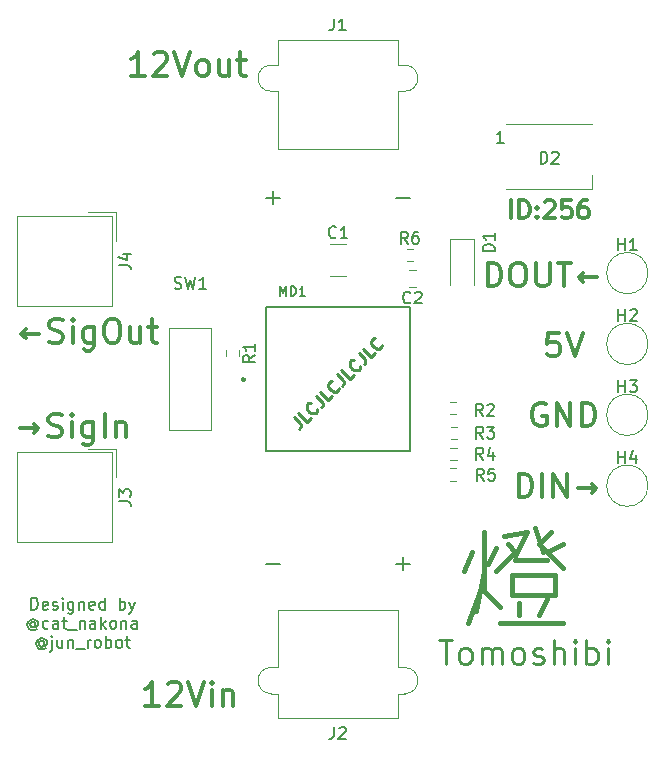
<source format=gbr>
G04 #@! TF.GenerationSoftware,KiCad,Pcbnew,(6.0.7)*
G04 #@! TF.CreationDate,2023-09-14T07:07:10+09:00*
G04 #@! TF.ProjectId,StepDown,53746570-446f-4776-9e2e-6b696361645f,rev?*
G04 #@! TF.SameCoordinates,Original*
G04 #@! TF.FileFunction,Legend,Top*
G04 #@! TF.FilePolarity,Positive*
%FSLAX46Y46*%
G04 Gerber Fmt 4.6, Leading zero omitted, Abs format (unit mm)*
G04 Created by KiCad (PCBNEW (6.0.7)) date 2023-09-14 07:07:10*
%MOMM*%
%LPD*%
G01*
G04 APERTURE LIST*
%ADD10C,0.230000*%
%ADD11C,0.300000*%
%ADD12C,0.150000*%
%ADD13C,0.250000*%
%ADD14C,0.400000*%
%ADD15C,0.120000*%
G04 APERTURE END LIST*
D10*
X133052579Y-122094761D02*
X134195436Y-122094761D01*
X133624008Y-124094761D02*
X133624008Y-122094761D01*
X135147817Y-124094761D02*
X134957341Y-123999523D01*
X134862103Y-123904285D01*
X134766865Y-123713809D01*
X134766865Y-123142380D01*
X134862103Y-122951904D01*
X134957341Y-122856666D01*
X135147817Y-122761428D01*
X135433532Y-122761428D01*
X135624008Y-122856666D01*
X135719246Y-122951904D01*
X135814484Y-123142380D01*
X135814484Y-123713809D01*
X135719246Y-123904285D01*
X135624008Y-123999523D01*
X135433532Y-124094761D01*
X135147817Y-124094761D01*
X136671627Y-124094761D02*
X136671627Y-122761428D01*
X136671627Y-122951904D02*
X136766865Y-122856666D01*
X136957341Y-122761428D01*
X137243055Y-122761428D01*
X137433532Y-122856666D01*
X137528770Y-123047142D01*
X137528770Y-124094761D01*
X137528770Y-123047142D02*
X137624008Y-122856666D01*
X137814484Y-122761428D01*
X138100198Y-122761428D01*
X138290674Y-122856666D01*
X138385913Y-123047142D01*
X138385913Y-124094761D01*
X139624008Y-124094761D02*
X139433532Y-123999523D01*
X139338294Y-123904285D01*
X139243055Y-123713809D01*
X139243055Y-123142380D01*
X139338294Y-122951904D01*
X139433532Y-122856666D01*
X139624008Y-122761428D01*
X139909722Y-122761428D01*
X140100198Y-122856666D01*
X140195436Y-122951904D01*
X140290674Y-123142380D01*
X140290674Y-123713809D01*
X140195436Y-123904285D01*
X140100198Y-123999523D01*
X139909722Y-124094761D01*
X139624008Y-124094761D01*
X141052579Y-123999523D02*
X141243055Y-124094761D01*
X141624008Y-124094761D01*
X141814484Y-123999523D01*
X141909722Y-123809047D01*
X141909722Y-123713809D01*
X141814484Y-123523333D01*
X141624008Y-123428095D01*
X141338294Y-123428095D01*
X141147817Y-123332857D01*
X141052579Y-123142380D01*
X141052579Y-123047142D01*
X141147817Y-122856666D01*
X141338294Y-122761428D01*
X141624008Y-122761428D01*
X141814484Y-122856666D01*
X142766865Y-124094761D02*
X142766865Y-122094761D01*
X143624008Y-124094761D02*
X143624008Y-123047142D01*
X143528770Y-122856666D01*
X143338294Y-122761428D01*
X143052579Y-122761428D01*
X142862103Y-122856666D01*
X142766865Y-122951904D01*
X144576389Y-124094761D02*
X144576389Y-122761428D01*
X144576389Y-122094761D02*
X144481151Y-122190000D01*
X144576389Y-122285238D01*
X144671627Y-122190000D01*
X144576389Y-122094761D01*
X144576389Y-122285238D01*
X145528770Y-124094761D02*
X145528770Y-122094761D01*
X145528770Y-122856666D02*
X145719246Y-122761428D01*
X146100198Y-122761428D01*
X146290674Y-122856666D01*
X146385913Y-122951904D01*
X146481151Y-123142380D01*
X146481151Y-123713809D01*
X146385913Y-123904285D01*
X146290674Y-123999523D01*
X146100198Y-124094761D01*
X145719246Y-124094761D01*
X145528770Y-123999523D01*
X147338294Y-124094761D02*
X147338294Y-122761428D01*
X147338294Y-122094761D02*
X147243055Y-122190000D01*
X147338294Y-122285238D01*
X147433532Y-122190000D01*
X147338294Y-122094761D01*
X147338294Y-122285238D01*
D11*
X108140952Y-74294761D02*
X106998095Y-74294761D01*
X107569523Y-74294761D02*
X107569523Y-72294761D01*
X107379047Y-72580476D01*
X107188571Y-72770952D01*
X106998095Y-72866190D01*
X108902857Y-72485238D02*
X108998095Y-72390000D01*
X109188571Y-72294761D01*
X109664761Y-72294761D01*
X109855238Y-72390000D01*
X109950476Y-72485238D01*
X110045714Y-72675714D01*
X110045714Y-72866190D01*
X109950476Y-73151904D01*
X108807619Y-74294761D01*
X110045714Y-74294761D01*
X110617142Y-72294761D02*
X111283809Y-74294761D01*
X111950476Y-72294761D01*
X112902857Y-74294761D02*
X112712380Y-74199523D01*
X112617142Y-74104285D01*
X112521904Y-73913809D01*
X112521904Y-73342380D01*
X112617142Y-73151904D01*
X112712380Y-73056666D01*
X112902857Y-72961428D01*
X113188571Y-72961428D01*
X113379047Y-73056666D01*
X113474285Y-73151904D01*
X113569523Y-73342380D01*
X113569523Y-73913809D01*
X113474285Y-74104285D01*
X113379047Y-74199523D01*
X113188571Y-74294761D01*
X112902857Y-74294761D01*
X115283809Y-72961428D02*
X115283809Y-74294761D01*
X114426666Y-72961428D02*
X114426666Y-74009047D01*
X114521904Y-74199523D01*
X114712380Y-74294761D01*
X114998095Y-74294761D01*
X115188571Y-74199523D01*
X115283809Y-74104285D01*
X115950476Y-72961428D02*
X116712380Y-72961428D01*
X116236190Y-72294761D02*
X116236190Y-74009047D01*
X116331428Y-74199523D01*
X116521904Y-74294761D01*
X116712380Y-74294761D01*
D12*
X98536666Y-119492380D02*
X98536666Y-118492380D01*
X98774761Y-118492380D01*
X98917619Y-118540000D01*
X99012857Y-118635238D01*
X99060476Y-118730476D01*
X99108095Y-118920952D01*
X99108095Y-119063809D01*
X99060476Y-119254285D01*
X99012857Y-119349523D01*
X98917619Y-119444761D01*
X98774761Y-119492380D01*
X98536666Y-119492380D01*
X99917619Y-119444761D02*
X99822380Y-119492380D01*
X99631904Y-119492380D01*
X99536666Y-119444761D01*
X99489047Y-119349523D01*
X99489047Y-118968571D01*
X99536666Y-118873333D01*
X99631904Y-118825714D01*
X99822380Y-118825714D01*
X99917619Y-118873333D01*
X99965238Y-118968571D01*
X99965238Y-119063809D01*
X99489047Y-119159047D01*
X100346190Y-119444761D02*
X100441428Y-119492380D01*
X100631904Y-119492380D01*
X100727142Y-119444761D01*
X100774761Y-119349523D01*
X100774761Y-119301904D01*
X100727142Y-119206666D01*
X100631904Y-119159047D01*
X100489047Y-119159047D01*
X100393809Y-119111428D01*
X100346190Y-119016190D01*
X100346190Y-118968571D01*
X100393809Y-118873333D01*
X100489047Y-118825714D01*
X100631904Y-118825714D01*
X100727142Y-118873333D01*
X101203333Y-119492380D02*
X101203333Y-118825714D01*
X101203333Y-118492380D02*
X101155714Y-118540000D01*
X101203333Y-118587619D01*
X101250952Y-118540000D01*
X101203333Y-118492380D01*
X101203333Y-118587619D01*
X102108095Y-118825714D02*
X102108095Y-119635238D01*
X102060476Y-119730476D01*
X102012857Y-119778095D01*
X101917619Y-119825714D01*
X101774761Y-119825714D01*
X101679523Y-119778095D01*
X102108095Y-119444761D02*
X102012857Y-119492380D01*
X101822380Y-119492380D01*
X101727142Y-119444761D01*
X101679523Y-119397142D01*
X101631904Y-119301904D01*
X101631904Y-119016190D01*
X101679523Y-118920952D01*
X101727142Y-118873333D01*
X101822380Y-118825714D01*
X102012857Y-118825714D01*
X102108095Y-118873333D01*
X102584285Y-118825714D02*
X102584285Y-119492380D01*
X102584285Y-118920952D02*
X102631904Y-118873333D01*
X102727142Y-118825714D01*
X102870000Y-118825714D01*
X102965238Y-118873333D01*
X103012857Y-118968571D01*
X103012857Y-119492380D01*
X103870000Y-119444761D02*
X103774761Y-119492380D01*
X103584285Y-119492380D01*
X103489047Y-119444761D01*
X103441428Y-119349523D01*
X103441428Y-118968571D01*
X103489047Y-118873333D01*
X103584285Y-118825714D01*
X103774761Y-118825714D01*
X103870000Y-118873333D01*
X103917619Y-118968571D01*
X103917619Y-119063809D01*
X103441428Y-119159047D01*
X104774761Y-119492380D02*
X104774761Y-118492380D01*
X104774761Y-119444761D02*
X104679523Y-119492380D01*
X104489047Y-119492380D01*
X104393809Y-119444761D01*
X104346190Y-119397142D01*
X104298571Y-119301904D01*
X104298571Y-119016190D01*
X104346190Y-118920952D01*
X104393809Y-118873333D01*
X104489047Y-118825714D01*
X104679523Y-118825714D01*
X104774761Y-118873333D01*
X106012857Y-119492380D02*
X106012857Y-118492380D01*
X106012857Y-118873333D02*
X106108095Y-118825714D01*
X106298571Y-118825714D01*
X106393809Y-118873333D01*
X106441428Y-118920952D01*
X106489047Y-119016190D01*
X106489047Y-119301904D01*
X106441428Y-119397142D01*
X106393809Y-119444761D01*
X106298571Y-119492380D01*
X106108095Y-119492380D01*
X106012857Y-119444761D01*
X106822380Y-118825714D02*
X107060476Y-119492380D01*
X107298571Y-118825714D02*
X107060476Y-119492380D01*
X106965238Y-119730476D01*
X106917619Y-119778095D01*
X106822380Y-119825714D01*
X98870000Y-120626190D02*
X98822380Y-120578571D01*
X98727142Y-120530952D01*
X98631904Y-120530952D01*
X98536666Y-120578571D01*
X98489047Y-120626190D01*
X98441428Y-120721428D01*
X98441428Y-120816666D01*
X98489047Y-120911904D01*
X98536666Y-120959523D01*
X98631904Y-121007142D01*
X98727142Y-121007142D01*
X98822380Y-120959523D01*
X98870000Y-120911904D01*
X98870000Y-120530952D02*
X98870000Y-120911904D01*
X98917619Y-120959523D01*
X98965238Y-120959523D01*
X99060476Y-120911904D01*
X99108095Y-120816666D01*
X99108095Y-120578571D01*
X99012857Y-120435714D01*
X98870000Y-120340476D01*
X98679523Y-120292857D01*
X98489047Y-120340476D01*
X98346190Y-120435714D01*
X98250952Y-120578571D01*
X98203333Y-120769047D01*
X98250952Y-120959523D01*
X98346190Y-121102380D01*
X98489047Y-121197619D01*
X98679523Y-121245238D01*
X98870000Y-121197619D01*
X99012857Y-121102380D01*
X99965238Y-121054761D02*
X99870000Y-121102380D01*
X99679523Y-121102380D01*
X99584285Y-121054761D01*
X99536666Y-121007142D01*
X99489047Y-120911904D01*
X99489047Y-120626190D01*
X99536666Y-120530952D01*
X99584285Y-120483333D01*
X99679523Y-120435714D01*
X99870000Y-120435714D01*
X99965238Y-120483333D01*
X100822380Y-121102380D02*
X100822380Y-120578571D01*
X100774761Y-120483333D01*
X100679523Y-120435714D01*
X100489047Y-120435714D01*
X100393809Y-120483333D01*
X100822380Y-121054761D02*
X100727142Y-121102380D01*
X100489047Y-121102380D01*
X100393809Y-121054761D01*
X100346190Y-120959523D01*
X100346190Y-120864285D01*
X100393809Y-120769047D01*
X100489047Y-120721428D01*
X100727142Y-120721428D01*
X100822380Y-120673809D01*
X101155714Y-120435714D02*
X101536666Y-120435714D01*
X101298571Y-120102380D02*
X101298571Y-120959523D01*
X101346190Y-121054761D01*
X101441428Y-121102380D01*
X101536666Y-121102380D01*
X101631904Y-121197619D02*
X102393809Y-121197619D01*
X102631904Y-120435714D02*
X102631904Y-121102380D01*
X102631904Y-120530952D02*
X102679523Y-120483333D01*
X102774761Y-120435714D01*
X102917619Y-120435714D01*
X103012857Y-120483333D01*
X103060476Y-120578571D01*
X103060476Y-121102380D01*
X103965238Y-121102380D02*
X103965238Y-120578571D01*
X103917619Y-120483333D01*
X103822380Y-120435714D01*
X103631904Y-120435714D01*
X103536666Y-120483333D01*
X103965238Y-121054761D02*
X103870000Y-121102380D01*
X103631904Y-121102380D01*
X103536666Y-121054761D01*
X103489047Y-120959523D01*
X103489047Y-120864285D01*
X103536666Y-120769047D01*
X103631904Y-120721428D01*
X103870000Y-120721428D01*
X103965238Y-120673809D01*
X104441428Y-121102380D02*
X104441428Y-120102380D01*
X104536666Y-120721428D02*
X104822380Y-121102380D01*
X104822380Y-120435714D02*
X104441428Y-120816666D01*
X105393809Y-121102380D02*
X105298571Y-121054761D01*
X105250952Y-121007142D01*
X105203333Y-120911904D01*
X105203333Y-120626190D01*
X105250952Y-120530952D01*
X105298571Y-120483333D01*
X105393809Y-120435714D01*
X105536666Y-120435714D01*
X105631904Y-120483333D01*
X105679523Y-120530952D01*
X105727142Y-120626190D01*
X105727142Y-120911904D01*
X105679523Y-121007142D01*
X105631904Y-121054761D01*
X105536666Y-121102380D01*
X105393809Y-121102380D01*
X106155714Y-120435714D02*
X106155714Y-121102380D01*
X106155714Y-120530952D02*
X106203333Y-120483333D01*
X106298571Y-120435714D01*
X106441428Y-120435714D01*
X106536666Y-120483333D01*
X106584285Y-120578571D01*
X106584285Y-121102380D01*
X107489047Y-121102380D02*
X107489047Y-120578571D01*
X107441428Y-120483333D01*
X107346190Y-120435714D01*
X107155714Y-120435714D01*
X107060476Y-120483333D01*
X107489047Y-121054761D02*
X107393809Y-121102380D01*
X107155714Y-121102380D01*
X107060476Y-121054761D01*
X107012857Y-120959523D01*
X107012857Y-120864285D01*
X107060476Y-120769047D01*
X107155714Y-120721428D01*
X107393809Y-120721428D01*
X107489047Y-120673809D01*
X99608095Y-122236190D02*
X99560476Y-122188571D01*
X99465238Y-122140952D01*
X99370000Y-122140952D01*
X99274761Y-122188571D01*
X99227142Y-122236190D01*
X99179523Y-122331428D01*
X99179523Y-122426666D01*
X99227142Y-122521904D01*
X99274761Y-122569523D01*
X99370000Y-122617142D01*
X99465238Y-122617142D01*
X99560476Y-122569523D01*
X99608095Y-122521904D01*
X99608095Y-122140952D02*
X99608095Y-122521904D01*
X99655714Y-122569523D01*
X99703333Y-122569523D01*
X99798571Y-122521904D01*
X99846190Y-122426666D01*
X99846190Y-122188571D01*
X99750952Y-122045714D01*
X99608095Y-121950476D01*
X99417619Y-121902857D01*
X99227142Y-121950476D01*
X99084285Y-122045714D01*
X98989047Y-122188571D01*
X98941428Y-122379047D01*
X98989047Y-122569523D01*
X99084285Y-122712380D01*
X99227142Y-122807619D01*
X99417619Y-122855238D01*
X99608095Y-122807619D01*
X99750952Y-122712380D01*
X100274761Y-122045714D02*
X100274761Y-122902857D01*
X100227142Y-122998095D01*
X100131904Y-123045714D01*
X100084285Y-123045714D01*
X100274761Y-121712380D02*
X100227142Y-121760000D01*
X100274761Y-121807619D01*
X100322380Y-121760000D01*
X100274761Y-121712380D01*
X100274761Y-121807619D01*
X101179523Y-122045714D02*
X101179523Y-122712380D01*
X100750952Y-122045714D02*
X100750952Y-122569523D01*
X100798571Y-122664761D01*
X100893809Y-122712380D01*
X101036666Y-122712380D01*
X101131904Y-122664761D01*
X101179523Y-122617142D01*
X101655714Y-122045714D02*
X101655714Y-122712380D01*
X101655714Y-122140952D02*
X101703333Y-122093333D01*
X101798571Y-122045714D01*
X101941428Y-122045714D01*
X102036666Y-122093333D01*
X102084285Y-122188571D01*
X102084285Y-122712380D01*
X102322380Y-122807619D02*
X103084285Y-122807619D01*
X103322380Y-122712380D02*
X103322380Y-122045714D01*
X103322380Y-122236190D02*
X103370000Y-122140952D01*
X103417619Y-122093333D01*
X103512857Y-122045714D01*
X103608095Y-122045714D01*
X104084285Y-122712380D02*
X103989047Y-122664761D01*
X103941428Y-122617142D01*
X103893809Y-122521904D01*
X103893809Y-122236190D01*
X103941428Y-122140952D01*
X103989047Y-122093333D01*
X104084285Y-122045714D01*
X104227142Y-122045714D01*
X104322380Y-122093333D01*
X104370000Y-122140952D01*
X104417619Y-122236190D01*
X104417619Y-122521904D01*
X104370000Y-122617142D01*
X104322380Y-122664761D01*
X104227142Y-122712380D01*
X104084285Y-122712380D01*
X104846190Y-122712380D02*
X104846190Y-121712380D01*
X104846190Y-122093333D02*
X104941428Y-122045714D01*
X105131904Y-122045714D01*
X105227142Y-122093333D01*
X105274761Y-122140952D01*
X105322380Y-122236190D01*
X105322380Y-122521904D01*
X105274761Y-122617142D01*
X105227142Y-122664761D01*
X105131904Y-122712380D01*
X104941428Y-122712380D01*
X104846190Y-122664761D01*
X105893809Y-122712380D02*
X105798571Y-122664761D01*
X105750952Y-122617142D01*
X105703333Y-122521904D01*
X105703333Y-122236190D01*
X105750952Y-122140952D01*
X105798571Y-122093333D01*
X105893809Y-122045714D01*
X106036666Y-122045714D01*
X106131904Y-122093333D01*
X106179523Y-122140952D01*
X106227142Y-122236190D01*
X106227142Y-122521904D01*
X106179523Y-122617142D01*
X106131904Y-122664761D01*
X106036666Y-122712380D01*
X105893809Y-122712380D01*
X106512857Y-122045714D02*
X106893809Y-122045714D01*
X106655714Y-121712380D02*
X106655714Y-122569523D01*
X106703333Y-122664761D01*
X106798571Y-122712380D01*
X106893809Y-122712380D01*
D13*
X120806614Y-103208934D02*
X121311691Y-103714011D01*
X121379034Y-103848698D01*
X121379034Y-103983385D01*
X121311691Y-104118072D01*
X121244347Y-104185415D01*
X122187156Y-103242606D02*
X121850439Y-103579324D01*
X121143332Y-102872217D01*
X122759576Y-102535499D02*
X122759576Y-102602843D01*
X122692233Y-102737530D01*
X122624889Y-102804873D01*
X122490202Y-102872217D01*
X122355515Y-102872217D01*
X122254500Y-102838545D01*
X122086141Y-102737530D01*
X121985126Y-102636514D01*
X121884111Y-102468156D01*
X121850439Y-102367140D01*
X121850439Y-102232453D01*
X121917782Y-102097766D01*
X121985126Y-102030423D01*
X122119813Y-101963079D01*
X122187156Y-101963079D01*
X122624889Y-101390660D02*
X123129965Y-101895736D01*
X123197309Y-102030423D01*
X123197309Y-102165110D01*
X123129965Y-102299797D01*
X123062622Y-102367140D01*
X124005431Y-101424331D02*
X123668713Y-101761049D01*
X122961607Y-101053942D01*
X124577851Y-100717225D02*
X124577851Y-100784568D01*
X124510507Y-100919255D01*
X124443164Y-100986599D01*
X124308477Y-101053942D01*
X124173790Y-101053942D01*
X124072774Y-101020270D01*
X123904416Y-100919255D01*
X123803400Y-100818240D01*
X123702385Y-100649881D01*
X123668713Y-100548866D01*
X123668713Y-100414179D01*
X123736057Y-100279492D01*
X123803400Y-100212148D01*
X123938087Y-100144805D01*
X124005431Y-100144805D01*
X124443164Y-99572385D02*
X124948240Y-100077461D01*
X125015583Y-100212148D01*
X125015583Y-100346835D01*
X124948240Y-100481522D01*
X124880896Y-100548866D01*
X125823705Y-99606057D02*
X125486988Y-99942774D01*
X124779881Y-99235668D01*
X126396125Y-98898950D02*
X126396125Y-98966294D01*
X126328782Y-99100981D01*
X126261438Y-99168324D01*
X126126751Y-99235668D01*
X125992064Y-99235668D01*
X125891049Y-99201996D01*
X125722690Y-99100981D01*
X125621675Y-98999965D01*
X125520660Y-98831607D01*
X125486988Y-98730591D01*
X125486988Y-98595904D01*
X125554331Y-98461217D01*
X125621675Y-98393874D01*
X125756362Y-98326530D01*
X125823705Y-98326530D01*
X126261438Y-97754111D02*
X126766514Y-98259187D01*
X126833858Y-98393874D01*
X126833858Y-98528561D01*
X126766514Y-98663248D01*
X126699171Y-98730591D01*
X127641980Y-97787782D02*
X127305263Y-98124500D01*
X126598156Y-97417393D01*
X128214400Y-97080675D02*
X128214400Y-97148019D01*
X128147056Y-97282706D01*
X128079713Y-97350049D01*
X127945026Y-97417393D01*
X127810339Y-97417393D01*
X127709324Y-97383721D01*
X127540965Y-97282706D01*
X127439950Y-97181691D01*
X127338934Y-97013332D01*
X127305263Y-96912317D01*
X127305263Y-96777630D01*
X127372606Y-96642943D01*
X127439950Y-96575599D01*
X127574637Y-96508256D01*
X127641980Y-96508256D01*
D14*
X139533333Y-115264748D02*
X142200000Y-115264748D01*
X139200000Y-118264748D02*
X142866666Y-118264748D01*
X138200000Y-120598081D02*
X143533333Y-120598081D01*
X139200000Y-116598081D02*
X139200000Y-118264748D01*
X139200000Y-116598081D02*
X142866666Y-116598081D01*
X142866666Y-118264748D01*
X136866666Y-112931415D02*
X136866666Y-117931415D01*
X138200000Y-119264748D01*
X141533333Y-113931415D02*
X143533333Y-115931415D01*
X143533333Y-113931415D02*
X142200000Y-114598081D01*
X138866666Y-113931415D02*
X139533333Y-114598081D01*
X137866666Y-116264748D01*
X142533333Y-112931415D02*
X141533333Y-113931415D01*
X139866666Y-118931415D02*
X139866666Y-119931415D01*
X141200000Y-112598081D02*
X141866666Y-114598081D01*
X142200000Y-118598081D02*
X141533333Y-119931415D01*
X137866666Y-114264748D02*
X137200000Y-115598081D01*
X136533333Y-117931415D02*
X135533333Y-120598081D01*
X138533333Y-113264748D02*
X140533333Y-112931415D01*
X139533333Y-114931415D01*
X135866666Y-114598081D02*
X135200000Y-116264748D01*
X136866666Y-116264748D02*
X136200000Y-119598081D01*
D11*
X143236362Y-96046393D02*
X142283981Y-96046393D01*
X142188743Y-96998774D01*
X142283981Y-96903536D01*
X142474457Y-96808298D01*
X142950648Y-96808298D01*
X143141124Y-96903536D01*
X143236362Y-96998774D01*
X143331600Y-97189251D01*
X143331600Y-97665441D01*
X143236362Y-97855917D01*
X143141124Y-97951155D01*
X142950648Y-98046393D01*
X142474457Y-98046393D01*
X142283981Y-97951155D01*
X142188743Y-97855917D01*
X143903029Y-96046393D02*
X144569695Y-98046393D01*
X145236362Y-96046393D01*
X97606413Y-104153407D02*
X99130223Y-104153407D01*
X98749270Y-104534359D02*
X99130223Y-104153407D01*
X98749270Y-103772454D01*
X99987365Y-104820073D02*
X100273080Y-104915311D01*
X100749270Y-104915311D01*
X100939746Y-104820073D01*
X101034984Y-104724835D01*
X101130223Y-104534359D01*
X101130223Y-104343883D01*
X101034984Y-104153407D01*
X100939746Y-104058169D01*
X100749270Y-103962930D01*
X100368318Y-103867692D01*
X100177842Y-103772454D01*
X100082604Y-103677216D01*
X99987365Y-103486740D01*
X99987365Y-103296264D01*
X100082604Y-103105788D01*
X100177842Y-103010550D01*
X100368318Y-102915311D01*
X100844508Y-102915311D01*
X101130223Y-103010550D01*
X101987365Y-104915311D02*
X101987365Y-103581978D01*
X101987365Y-102915311D02*
X101892127Y-103010550D01*
X101987365Y-103105788D01*
X102082604Y-103010550D01*
X101987365Y-102915311D01*
X101987365Y-103105788D01*
X103796889Y-103581978D02*
X103796889Y-105201026D01*
X103701651Y-105391502D01*
X103606413Y-105486740D01*
X103415937Y-105581978D01*
X103130223Y-105581978D01*
X102939746Y-105486740D01*
X103796889Y-104820073D02*
X103606413Y-104915311D01*
X103225461Y-104915311D01*
X103034984Y-104820073D01*
X102939746Y-104724835D01*
X102844508Y-104534359D01*
X102844508Y-103962930D01*
X102939746Y-103772454D01*
X103034984Y-103677216D01*
X103225461Y-103581978D01*
X103606413Y-103581978D01*
X103796889Y-103677216D01*
X104749270Y-104915311D02*
X104749270Y-102915311D01*
X105701651Y-103581978D02*
X105701651Y-104915311D01*
X105701651Y-103772454D02*
X105796889Y-103677216D01*
X105987365Y-103581978D01*
X106273080Y-103581978D01*
X106463556Y-103677216D01*
X106558794Y-103867692D01*
X106558794Y-104915311D01*
X99204761Y-96131254D02*
X97680952Y-96131254D01*
X98061904Y-96512206D02*
X97680952Y-96131254D01*
X98061904Y-95750301D01*
X100061904Y-96797920D02*
X100347619Y-96893158D01*
X100823809Y-96893158D01*
X101014285Y-96797920D01*
X101109523Y-96702682D01*
X101204761Y-96512206D01*
X101204761Y-96321730D01*
X101109523Y-96131254D01*
X101014285Y-96036016D01*
X100823809Y-95940777D01*
X100442857Y-95845539D01*
X100252380Y-95750301D01*
X100157142Y-95655063D01*
X100061904Y-95464587D01*
X100061904Y-95274111D01*
X100157142Y-95083635D01*
X100252380Y-94988397D01*
X100442857Y-94893158D01*
X100919047Y-94893158D01*
X101204761Y-94988397D01*
X102061904Y-96893158D02*
X102061904Y-95559825D01*
X102061904Y-94893158D02*
X101966666Y-94988397D01*
X102061904Y-95083635D01*
X102157142Y-94988397D01*
X102061904Y-94893158D01*
X102061904Y-95083635D01*
X103871428Y-95559825D02*
X103871428Y-97178873D01*
X103776190Y-97369349D01*
X103680952Y-97464587D01*
X103490476Y-97559825D01*
X103204761Y-97559825D01*
X103014285Y-97464587D01*
X103871428Y-96797920D02*
X103680952Y-96893158D01*
X103300000Y-96893158D01*
X103109523Y-96797920D01*
X103014285Y-96702682D01*
X102919047Y-96512206D01*
X102919047Y-95940777D01*
X103014285Y-95750301D01*
X103109523Y-95655063D01*
X103300000Y-95559825D01*
X103680952Y-95559825D01*
X103871428Y-95655063D01*
X105204761Y-94893158D02*
X105585714Y-94893158D01*
X105776190Y-94988397D01*
X105966666Y-95178873D01*
X106061904Y-95559825D01*
X106061904Y-96226492D01*
X105966666Y-96607444D01*
X105776190Y-96797920D01*
X105585714Y-96893158D01*
X105204761Y-96893158D01*
X105014285Y-96797920D01*
X104823809Y-96607444D01*
X104728571Y-96226492D01*
X104728571Y-95559825D01*
X104823809Y-95178873D01*
X105014285Y-94988397D01*
X105204761Y-94893158D01*
X107776190Y-95559825D02*
X107776190Y-96893158D01*
X106919047Y-95559825D02*
X106919047Y-96607444D01*
X107014285Y-96797920D01*
X107204761Y-96893158D01*
X107490476Y-96893158D01*
X107680952Y-96797920D01*
X107776190Y-96702682D01*
X108442857Y-95559825D02*
X109204761Y-95559825D01*
X108728571Y-94893158D02*
X108728571Y-96607444D01*
X108823809Y-96797920D01*
X109014285Y-96893158D01*
X109204761Y-96893158D01*
X139800371Y-109969275D02*
X139800371Y-107969275D01*
X140276562Y-107969275D01*
X140562276Y-108064514D01*
X140752752Y-108254990D01*
X140847990Y-108445466D01*
X140943228Y-108826418D01*
X140943228Y-109112133D01*
X140847990Y-109493085D01*
X140752752Y-109683561D01*
X140562276Y-109874037D01*
X140276562Y-109969275D01*
X139800371Y-109969275D01*
X141800371Y-109969275D02*
X141800371Y-107969275D01*
X142752752Y-109969275D02*
X142752752Y-107969275D01*
X143895609Y-109969275D01*
X143895609Y-107969275D01*
X144847990Y-109207371D02*
X146371800Y-109207371D01*
X145990847Y-109588323D02*
X146371800Y-109207371D01*
X145990847Y-108826418D01*
X137193680Y-92115208D02*
X137193680Y-90115208D01*
X137669870Y-90115208D01*
X137955585Y-90210447D01*
X138146061Y-90400923D01*
X138241299Y-90591399D01*
X138336537Y-90972351D01*
X138336537Y-91258066D01*
X138241299Y-91639018D01*
X138146061Y-91829494D01*
X137955585Y-92019970D01*
X137669870Y-92115208D01*
X137193680Y-92115208D01*
X139574632Y-90115208D02*
X139955585Y-90115208D01*
X140146061Y-90210447D01*
X140336537Y-90400923D01*
X140431775Y-90781875D01*
X140431775Y-91448542D01*
X140336537Y-91829494D01*
X140146061Y-92019970D01*
X139955585Y-92115208D01*
X139574632Y-92115208D01*
X139384156Y-92019970D01*
X139193680Y-91829494D01*
X139098442Y-91448542D01*
X139098442Y-90781875D01*
X139193680Y-90400923D01*
X139384156Y-90210447D01*
X139574632Y-90115208D01*
X141288918Y-90115208D02*
X141288918Y-91734256D01*
X141384156Y-91924732D01*
X141479394Y-92019970D01*
X141669870Y-92115208D01*
X142050823Y-92115208D01*
X142241299Y-92019970D01*
X142336537Y-91924732D01*
X142431775Y-91734256D01*
X142431775Y-90115208D01*
X143098442Y-90115208D02*
X144241299Y-90115208D01*
X143669870Y-92115208D02*
X143669870Y-90115208D01*
X146431775Y-91353304D02*
X144907966Y-91353304D01*
X145288918Y-91734256D02*
X144907966Y-91353304D01*
X145288918Y-90972351D01*
X142093505Y-102062745D02*
X141903029Y-101967506D01*
X141617315Y-101967506D01*
X141331600Y-102062745D01*
X141141124Y-102253221D01*
X141045886Y-102443697D01*
X140950648Y-102824649D01*
X140950648Y-103110364D01*
X141045886Y-103491316D01*
X141141124Y-103681792D01*
X141331600Y-103872268D01*
X141617315Y-103967506D01*
X141807791Y-103967506D01*
X142093505Y-103872268D01*
X142188743Y-103777030D01*
X142188743Y-103110364D01*
X141807791Y-103110364D01*
X143045886Y-103967506D02*
X143045886Y-101967506D01*
X144188743Y-103967506D01*
X144188743Y-101967506D01*
X145141124Y-103967506D02*
X145141124Y-101967506D01*
X145617315Y-101967506D01*
X145903029Y-102062745D01*
X146093505Y-102253221D01*
X146188743Y-102443697D01*
X146283981Y-102824649D01*
X146283981Y-103110364D01*
X146188743Y-103491316D01*
X146093505Y-103681792D01*
X145903029Y-103872268D01*
X145617315Y-103967506D01*
X145141124Y-103967506D01*
X139150000Y-86352772D02*
X139150000Y-84852772D01*
X139864285Y-86352772D02*
X139864285Y-84852772D01*
X140221428Y-84852772D01*
X140435714Y-84924201D01*
X140578571Y-85067058D01*
X140650000Y-85209915D01*
X140721428Y-85495629D01*
X140721428Y-85709915D01*
X140650000Y-85995629D01*
X140578571Y-86138486D01*
X140435714Y-86281343D01*
X140221428Y-86352772D01*
X139864285Y-86352772D01*
X141364285Y-86209915D02*
X141435714Y-86281343D01*
X141364285Y-86352772D01*
X141292857Y-86281343D01*
X141364285Y-86209915D01*
X141364285Y-86352772D01*
X141364285Y-85424201D02*
X141435714Y-85495629D01*
X141364285Y-85567058D01*
X141292857Y-85495629D01*
X141364285Y-85424201D01*
X141364285Y-85567058D01*
X142007142Y-84995629D02*
X142078571Y-84924201D01*
X142221428Y-84852772D01*
X142578571Y-84852772D01*
X142721428Y-84924201D01*
X142792857Y-84995629D01*
X142864285Y-85138486D01*
X142864285Y-85281343D01*
X142792857Y-85495629D01*
X141935714Y-86352772D01*
X142864285Y-86352772D01*
X144221428Y-84852772D02*
X143507142Y-84852772D01*
X143435714Y-85567058D01*
X143507142Y-85495629D01*
X143650000Y-85424201D01*
X144007142Y-85424201D01*
X144150000Y-85495629D01*
X144221428Y-85567058D01*
X144292857Y-85709915D01*
X144292857Y-86067058D01*
X144221428Y-86209915D01*
X144150000Y-86281343D01*
X144007142Y-86352772D01*
X143650000Y-86352772D01*
X143507142Y-86281343D01*
X143435714Y-86209915D01*
X145578571Y-84852772D02*
X145292857Y-84852772D01*
X145150000Y-84924201D01*
X145078571Y-84995629D01*
X144935714Y-85209915D01*
X144864285Y-85495629D01*
X144864285Y-86067058D01*
X144935714Y-86209915D01*
X145007142Y-86281343D01*
X145150000Y-86352772D01*
X145435714Y-86352772D01*
X145578571Y-86281343D01*
X145650000Y-86209915D01*
X145721428Y-86067058D01*
X145721428Y-85709915D01*
X145650000Y-85567058D01*
X145578571Y-85495629D01*
X145435714Y-85424201D01*
X145150000Y-85424201D01*
X145007142Y-85495629D01*
X144935714Y-85567058D01*
X144864285Y-85709915D01*
X109347994Y-127620867D02*
X108205137Y-127620867D01*
X108776565Y-127620867D02*
X108776565Y-125620867D01*
X108586089Y-125906582D01*
X108395613Y-126097058D01*
X108205137Y-126192296D01*
X110109899Y-125811344D02*
X110205137Y-125716106D01*
X110395613Y-125620867D01*
X110871803Y-125620867D01*
X111062280Y-125716106D01*
X111157518Y-125811344D01*
X111252756Y-126001820D01*
X111252756Y-126192296D01*
X111157518Y-126478010D01*
X110014661Y-127620867D01*
X111252756Y-127620867D01*
X111824184Y-125620867D02*
X112490851Y-127620867D01*
X113157518Y-125620867D01*
X113824184Y-127620867D02*
X113824184Y-126287534D01*
X113824184Y-125620867D02*
X113728946Y-125716106D01*
X113824184Y-125811344D01*
X113919422Y-125716106D01*
X113824184Y-125620867D01*
X113824184Y-125811344D01*
X114776565Y-126287534D02*
X114776565Y-127620867D01*
X114776565Y-126478010D02*
X114871803Y-126382772D01*
X115062280Y-126287534D01*
X115347994Y-126287534D01*
X115538470Y-126382772D01*
X115633708Y-126573248D01*
X115633708Y-127620867D01*
D12*
G04 #@! TO.C,J2*
X124166666Y-129452380D02*
X124166666Y-130166666D01*
X124119047Y-130309523D01*
X124023809Y-130404761D01*
X123880952Y-130452380D01*
X123785714Y-130452380D01*
X124595238Y-129547619D02*
X124642857Y-129500000D01*
X124738095Y-129452380D01*
X124976190Y-129452380D01*
X125071428Y-129500000D01*
X125119047Y-129547619D01*
X125166666Y-129642857D01*
X125166666Y-129738095D01*
X125119047Y-129880952D01*
X124547619Y-130452380D01*
X125166666Y-130452380D01*
X129428571Y-115607142D02*
X130571428Y-115607142D01*
X130000000Y-116178571D02*
X130000000Y-115035714D01*
X118428571Y-115607142D02*
X119571428Y-115607142D01*
G04 #@! TO.C,H1*
X148238095Y-89054380D02*
X148238095Y-88054380D01*
X148238095Y-88530571D02*
X148809523Y-88530571D01*
X148809523Y-89054380D02*
X148809523Y-88054380D01*
X149809523Y-89054380D02*
X149238095Y-89054380D01*
X149523809Y-89054380D02*
X149523809Y-88054380D01*
X149428571Y-88197238D01*
X149333333Y-88292476D01*
X149238095Y-88340095D01*
G04 #@! TO.C,R1*
X117452380Y-97956666D02*
X116976190Y-98290000D01*
X117452380Y-98528095D02*
X116452380Y-98528095D01*
X116452380Y-98147142D01*
X116500000Y-98051904D01*
X116547619Y-98004285D01*
X116642857Y-97956666D01*
X116785714Y-97956666D01*
X116880952Y-98004285D01*
X116928571Y-98051904D01*
X116976190Y-98147142D01*
X116976190Y-98528095D01*
X117452380Y-97004285D02*
X117452380Y-97575714D01*
X117452380Y-97290000D02*
X116452380Y-97290000D01*
X116595238Y-97385238D01*
X116690476Y-97480476D01*
X116738095Y-97575714D01*
G04 #@! TO.C,C1*
X124339686Y-87942505D02*
X124292067Y-87990124D01*
X124149210Y-88037743D01*
X124053972Y-88037743D01*
X123911114Y-87990124D01*
X123815876Y-87894886D01*
X123768257Y-87799648D01*
X123720638Y-87609172D01*
X123720638Y-87466315D01*
X123768257Y-87275839D01*
X123815876Y-87180601D01*
X123911114Y-87085363D01*
X124053972Y-87037743D01*
X124149210Y-87037743D01*
X124292067Y-87085363D01*
X124339686Y-87132982D01*
X125292067Y-88037743D02*
X124720638Y-88037743D01*
X125006353Y-88037743D02*
X125006353Y-87037743D01*
X124911114Y-87180601D01*
X124815876Y-87275839D01*
X124720638Y-87323458D01*
G04 #@! TO.C,J1*
X124166666Y-69452380D02*
X124166666Y-70166666D01*
X124119047Y-70309523D01*
X124023809Y-70404761D01*
X123880952Y-70452380D01*
X123785714Y-70452380D01*
X125166666Y-70452380D02*
X124595238Y-70452380D01*
X124880952Y-70452380D02*
X124880952Y-69452380D01*
X124785714Y-69595238D01*
X124690476Y-69690476D01*
X124595238Y-69738095D01*
X118428571Y-84607142D02*
X119571428Y-84607142D01*
X119000000Y-85178571D02*
X119000000Y-84035714D01*
X129428571Y-84607142D02*
X130571428Y-84607142D01*
G04 #@! TO.C,C2*
X130643333Y-93477142D02*
X130595714Y-93524761D01*
X130452857Y-93572380D01*
X130357619Y-93572380D01*
X130214761Y-93524761D01*
X130119523Y-93429523D01*
X130071904Y-93334285D01*
X130024285Y-93143809D01*
X130024285Y-93000952D01*
X130071904Y-92810476D01*
X130119523Y-92715238D01*
X130214761Y-92620000D01*
X130357619Y-92572380D01*
X130452857Y-92572380D01*
X130595714Y-92620000D01*
X130643333Y-92667619D01*
X131024285Y-92667619D02*
X131071904Y-92620000D01*
X131167142Y-92572380D01*
X131405238Y-92572380D01*
X131500476Y-92620000D01*
X131548095Y-92667619D01*
X131595714Y-92762857D01*
X131595714Y-92858095D01*
X131548095Y-93000952D01*
X130976666Y-93572380D01*
X131595714Y-93572380D01*
G04 #@! TO.C,H2*
X148238095Y-95054380D02*
X148238095Y-94054380D01*
X148238095Y-94530571D02*
X148809523Y-94530571D01*
X148809523Y-95054380D02*
X148809523Y-94054380D01*
X149238095Y-94149619D02*
X149285714Y-94102000D01*
X149380952Y-94054380D01*
X149619047Y-94054380D01*
X149714285Y-94102000D01*
X149761904Y-94149619D01*
X149809523Y-94244857D01*
X149809523Y-94340095D01*
X149761904Y-94482952D01*
X149190476Y-95054380D01*
X149809523Y-95054380D01*
G04 #@! TO.C,J4*
X105952380Y-90313333D02*
X106666666Y-90313333D01*
X106809523Y-90360952D01*
X106904761Y-90456190D01*
X106952380Y-90599047D01*
X106952380Y-90694285D01*
X106285714Y-89408571D02*
X106952380Y-89408571D01*
X105904761Y-89646666D02*
X106619047Y-89884761D01*
X106619047Y-89265714D01*
G04 #@! TO.C,R4*
X136791538Y-106799319D02*
X136458205Y-106323129D01*
X136220109Y-106799319D02*
X136220109Y-105799319D01*
X136601062Y-105799319D01*
X136696300Y-105846939D01*
X136743919Y-105894558D01*
X136791538Y-105989796D01*
X136791538Y-106132653D01*
X136743919Y-106227891D01*
X136696300Y-106275510D01*
X136601062Y-106323129D01*
X136220109Y-106323129D01*
X137648681Y-106132653D02*
X137648681Y-106799319D01*
X137410585Y-105751700D02*
X137172490Y-106465986D01*
X137791538Y-106465986D01*
G04 #@! TO.C,J3*
X105952380Y-110313333D02*
X106666666Y-110313333D01*
X106809523Y-110360952D01*
X106904761Y-110456190D01*
X106952380Y-110599047D01*
X106952380Y-110694285D01*
X105952380Y-109932380D02*
X105952380Y-109313333D01*
X106333333Y-109646666D01*
X106333333Y-109503809D01*
X106380952Y-109408571D01*
X106428571Y-109360952D01*
X106523809Y-109313333D01*
X106761904Y-109313333D01*
X106857142Y-109360952D01*
X106904761Y-109408571D01*
X106952380Y-109503809D01*
X106952380Y-109789523D01*
X106904761Y-109884761D01*
X106857142Y-109932380D01*
G04 #@! TO.C,H4*
X148238095Y-107054380D02*
X148238095Y-106054380D01*
X148238095Y-106530571D02*
X148809523Y-106530571D01*
X148809523Y-107054380D02*
X148809523Y-106054380D01*
X149714285Y-106387714D02*
X149714285Y-107054380D01*
X149476190Y-106006761D02*
X149238095Y-106721047D01*
X149857142Y-106721047D01*
G04 #@! TO.C,SW1*
X110666666Y-92276761D02*
X110809523Y-92324380D01*
X111047619Y-92324380D01*
X111142857Y-92276761D01*
X111190476Y-92229142D01*
X111238095Y-92133904D01*
X111238095Y-92038666D01*
X111190476Y-91943428D01*
X111142857Y-91895809D01*
X111047619Y-91848190D01*
X110857142Y-91800571D01*
X110761904Y-91752952D01*
X110714285Y-91705333D01*
X110666666Y-91610095D01*
X110666666Y-91514857D01*
X110714285Y-91419619D01*
X110761904Y-91372000D01*
X110857142Y-91324380D01*
X111095238Y-91324380D01*
X111238095Y-91372000D01*
X111571428Y-91324380D02*
X111809523Y-92324380D01*
X112000000Y-91610095D01*
X112190476Y-92324380D01*
X112428571Y-91324380D01*
X113333333Y-92324380D02*
X112761904Y-92324380D01*
X113047619Y-92324380D02*
X113047619Y-91324380D01*
X112952380Y-91467238D01*
X112857142Y-91562476D01*
X112761904Y-91610095D01*
G04 #@! TO.C,R2*
X136766599Y-103088931D02*
X136433266Y-102612741D01*
X136195170Y-103088931D02*
X136195170Y-102088931D01*
X136576123Y-102088931D01*
X136671361Y-102136551D01*
X136718980Y-102184170D01*
X136766599Y-102279408D01*
X136766599Y-102422265D01*
X136718980Y-102517503D01*
X136671361Y-102565122D01*
X136576123Y-102612741D01*
X136195170Y-102612741D01*
X137147551Y-102184170D02*
X137195170Y-102136551D01*
X137290408Y-102088931D01*
X137528504Y-102088931D01*
X137623742Y-102136551D01*
X137671361Y-102184170D01*
X137718980Y-102279408D01*
X137718980Y-102374646D01*
X137671361Y-102517503D01*
X137099932Y-103088931D01*
X137718980Y-103088931D01*
G04 #@! TO.C,R5*
X136827549Y-108562728D02*
X136494216Y-108086538D01*
X136256120Y-108562728D02*
X136256120Y-107562728D01*
X136637073Y-107562728D01*
X136732311Y-107610348D01*
X136779930Y-107657967D01*
X136827549Y-107753205D01*
X136827549Y-107896062D01*
X136779930Y-107991300D01*
X136732311Y-108038919D01*
X136637073Y-108086538D01*
X136256120Y-108086538D01*
X137732311Y-107562728D02*
X137256120Y-107562728D01*
X137208501Y-108038919D01*
X137256120Y-107991300D01*
X137351358Y-107943681D01*
X137589454Y-107943681D01*
X137684692Y-107991300D01*
X137732311Y-108038919D01*
X137779930Y-108134157D01*
X137779930Y-108372252D01*
X137732311Y-108467490D01*
X137684692Y-108515109D01*
X137589454Y-108562728D01*
X137351358Y-108562728D01*
X137256120Y-108515109D01*
X137208501Y-108467490D01*
G04 #@! TO.C,D1*
X137758341Y-89131941D02*
X136758341Y-89131941D01*
X136758341Y-88893846D01*
X136805961Y-88750988D01*
X136901199Y-88655750D01*
X136996437Y-88608131D01*
X137186913Y-88560512D01*
X137329770Y-88560512D01*
X137520246Y-88608131D01*
X137615484Y-88655750D01*
X137710722Y-88750988D01*
X137758341Y-88893846D01*
X137758341Y-89131941D01*
X137758341Y-87608131D02*
X137758341Y-88179560D01*
X137758341Y-87893846D02*
X136758341Y-87893846D01*
X136901199Y-87989084D01*
X136996437Y-88084322D01*
X137044056Y-88179560D01*
G04 #@! TO.C,MD1*
X119618878Y-92906205D02*
X119618878Y-92118803D01*
X119881345Y-92681233D01*
X120143813Y-92118803D01*
X120143813Y-92906205D01*
X120518766Y-92906205D02*
X120518766Y-92118803D01*
X120706243Y-92118803D01*
X120818729Y-92156299D01*
X120893719Y-92231289D01*
X120931215Y-92306280D01*
X120968710Y-92456261D01*
X120968710Y-92568747D01*
X120931215Y-92718729D01*
X120893719Y-92793719D01*
X120818729Y-92868710D01*
X120706243Y-92906205D01*
X120518766Y-92906205D01*
X121718617Y-92906205D02*
X121268673Y-92906205D01*
X121493645Y-92906205D02*
X121493645Y-92118803D01*
X121418654Y-92231289D01*
X121343663Y-92306280D01*
X121268673Y-92343775D01*
G04 #@! TO.C,D2*
X141661904Y-81732380D02*
X141661904Y-80732380D01*
X141900000Y-80732380D01*
X142042857Y-80780000D01*
X142138095Y-80875238D01*
X142185714Y-80970476D01*
X142233333Y-81160952D01*
X142233333Y-81303809D01*
X142185714Y-81494285D01*
X142138095Y-81589523D01*
X142042857Y-81684761D01*
X141900000Y-81732380D01*
X141661904Y-81732380D01*
X142614285Y-80827619D02*
X142661904Y-80780000D01*
X142757142Y-80732380D01*
X142995238Y-80732380D01*
X143090476Y-80780000D01*
X143138095Y-80827619D01*
X143185714Y-80922857D01*
X143185714Y-81018095D01*
X143138095Y-81160952D01*
X142566666Y-81732380D01*
X143185714Y-81732380D01*
X138535714Y-79972380D02*
X137964285Y-79972380D01*
X138250000Y-79972380D02*
X138250000Y-78972380D01*
X138154761Y-79115238D01*
X138059523Y-79210476D01*
X137964285Y-79258095D01*
G04 #@! TO.C,R6*
X130407425Y-88511984D02*
X130074092Y-88035794D01*
X129835996Y-88511984D02*
X129835996Y-87511984D01*
X130216949Y-87511984D01*
X130312187Y-87559604D01*
X130359806Y-87607223D01*
X130407425Y-87702461D01*
X130407425Y-87845318D01*
X130359806Y-87940556D01*
X130312187Y-87988175D01*
X130216949Y-88035794D01*
X129835996Y-88035794D01*
X131264568Y-87511984D02*
X131074092Y-87511984D01*
X130978853Y-87559604D01*
X130931234Y-87607223D01*
X130835996Y-87750080D01*
X130788377Y-87940556D01*
X130788377Y-88321508D01*
X130835996Y-88416746D01*
X130883615Y-88464365D01*
X130978853Y-88511984D01*
X131169330Y-88511984D01*
X131264568Y-88464365D01*
X131312187Y-88416746D01*
X131359806Y-88321508D01*
X131359806Y-88083413D01*
X131312187Y-87988175D01*
X131264568Y-87940556D01*
X131169330Y-87892937D01*
X130978853Y-87892937D01*
X130883615Y-87940556D01*
X130835996Y-87988175D01*
X130788377Y-88083413D01*
G04 #@! TO.C,R3*
X136791538Y-105007186D02*
X136458205Y-104530996D01*
X136220109Y-105007186D02*
X136220109Y-104007186D01*
X136601062Y-104007186D01*
X136696300Y-104054806D01*
X136743919Y-104102425D01*
X136791538Y-104197663D01*
X136791538Y-104340520D01*
X136743919Y-104435758D01*
X136696300Y-104483377D01*
X136601062Y-104530996D01*
X136220109Y-104530996D01*
X137124871Y-104007186D02*
X137743919Y-104007186D01*
X137410585Y-104388139D01*
X137553443Y-104388139D01*
X137648681Y-104435758D01*
X137696300Y-104483377D01*
X137743919Y-104578615D01*
X137743919Y-104816710D01*
X137696300Y-104911948D01*
X137648681Y-104959567D01*
X137553443Y-105007186D01*
X137267728Y-105007186D01*
X137172490Y-104959567D01*
X137124871Y-104911948D01*
G04 #@! TO.C,H3*
X148238095Y-101054380D02*
X148238095Y-100054380D01*
X148238095Y-100530571D02*
X148809523Y-100530571D01*
X148809523Y-101054380D02*
X148809523Y-100054380D01*
X149190476Y-100054380D02*
X149809523Y-100054380D01*
X149476190Y-100435333D01*
X149619047Y-100435333D01*
X149714285Y-100482952D01*
X149761904Y-100530571D01*
X149809523Y-100625809D01*
X149809523Y-100863904D01*
X149761904Y-100959142D01*
X149714285Y-101006761D01*
X149619047Y-101054380D01*
X149333333Y-101054380D01*
X149238095Y-101006761D01*
X149190476Y-100959142D01*
D15*
G04 #@! TO.C,J2*
X119440000Y-124390000D02*
X118850000Y-124390000D01*
X119440000Y-126610000D02*
X118850000Y-126610000D01*
X129560000Y-124390000D02*
X129560000Y-119490000D01*
X130150000Y-124390000D02*
X129560000Y-124390000D01*
X129560000Y-128710000D02*
X129560000Y-126610000D01*
X129560000Y-119490000D02*
X119440000Y-119490000D01*
X129560000Y-128710000D02*
X119440000Y-128710000D01*
X119440000Y-124390000D02*
X119440000Y-119490000D01*
X130150000Y-126610000D02*
X129560000Y-126610000D01*
X119440000Y-128710000D02*
X119440000Y-126610000D01*
X118850000Y-124390000D02*
G75*
G03*
X118850000Y-126610000I0J-1110000D01*
G01*
X130150000Y-126610000D02*
G75*
G03*
X130150000Y-124390000I0J1110000D01*
G01*
G04 #@! TO.C,H1*
X150750000Y-91000000D02*
G75*
G03*
X150750000Y-91000000I-1750000J0D01*
G01*
G04 #@! TO.C,R1*
X115047500Y-97535276D02*
X115047500Y-98044724D01*
X116092500Y-97535276D02*
X116092500Y-98044724D01*
G04 #@! TO.C,C1*
X123795101Y-91245363D02*
X125217605Y-91245363D01*
X123795101Y-88525363D02*
X125217605Y-88525363D01*
G04 #@! TO.C,J1*
X129560000Y-73390000D02*
X130150000Y-73390000D01*
X119440000Y-75610000D02*
X119440000Y-80510000D01*
X129560000Y-75610000D02*
X130150000Y-75610000D01*
X129560000Y-71290000D02*
X129560000Y-73390000D01*
X119440000Y-80510000D02*
X129560000Y-80510000D01*
X119440000Y-71290000D02*
X129560000Y-71290000D01*
X118850000Y-73390000D02*
X119440000Y-73390000D01*
X119440000Y-71290000D02*
X119440000Y-73390000D01*
X129560000Y-75610000D02*
X129560000Y-80510000D01*
X118850000Y-75610000D02*
X119440000Y-75610000D01*
X118850000Y-73390000D02*
G75*
G03*
X118850000Y-75610000I0J-1110000D01*
G01*
X130150000Y-75610000D02*
G75*
G03*
X130150000Y-73390000I0J1110000D01*
G01*
G04 #@! TO.C,C2*
X131071252Y-90705000D02*
X130548748Y-90705000D01*
X131071252Y-92175000D02*
X130548748Y-92175000D01*
G04 #@! TO.C,H2*
X150750000Y-97000000D02*
G75*
G03*
X150750000Y-97000000I-1750000J0D01*
G01*
G04 #@! TO.C,J4*
X105710000Y-85870000D02*
X105710000Y-88280000D01*
X105410000Y-86170000D02*
X97290000Y-86170000D01*
X97290000Y-93790000D02*
X105410000Y-93790000D01*
X105410000Y-93790000D02*
X105410000Y-86170000D01*
X103300000Y-85870000D02*
X105710000Y-85870000D01*
X97290000Y-86170000D02*
X97290000Y-93790000D01*
G04 #@! TO.C,R4*
X134031002Y-106831710D02*
X134540450Y-106831710D01*
X134031002Y-105786710D02*
X134540450Y-105786710D01*
G04 #@! TO.C,J3*
X97290000Y-113790000D02*
X105410000Y-113790000D01*
X97290000Y-106170000D02*
X97290000Y-113790000D01*
X105410000Y-113790000D02*
X105410000Y-106170000D01*
X105710000Y-105870000D02*
X105710000Y-108280000D01*
X105410000Y-106170000D02*
X97290000Y-106170000D01*
X103300000Y-105870000D02*
X105710000Y-105870000D01*
G04 #@! TO.C,H4*
X150750000Y-109000000D02*
G75*
G03*
X150750000Y-109000000I-1750000J0D01*
G01*
G04 #@! TO.C,SW1*
X113778000Y-104318000D02*
X110222000Y-104318000D01*
X113778000Y-95682000D02*
X113778000Y-104318000D01*
X110222000Y-95682000D02*
X113778000Y-95682000D01*
X110222000Y-104318000D02*
X110222000Y-95682000D01*
G04 #@! TO.C,R2*
X134535161Y-102957256D02*
X134025713Y-102957256D01*
X134535161Y-101912256D02*
X134025713Y-101912256D01*
G04 #@! TO.C,R5*
X134004132Y-107521822D02*
X134513580Y-107521822D01*
X134004132Y-108566822D02*
X134513580Y-108566822D01*
G04 #@! TO.C,D1*
X135985961Y-88113846D02*
X133985961Y-88113846D01*
X135985961Y-88113846D02*
X135985961Y-92013846D01*
X133985961Y-88113846D02*
X133985961Y-92013846D01*
D12*
G04 #@! TO.C,MD1*
X130600000Y-106100000D02*
X130600000Y-93900000D01*
X118400000Y-93900000D02*
X130600000Y-93900000D01*
X118400000Y-106100000D02*
X130600000Y-106100000D01*
X118400000Y-106100000D02*
X118400000Y-93900000D01*
D13*
X116625000Y-100000000D02*
G75*
G03*
X116625000Y-100000000I-125000J0D01*
G01*
D15*
G04 #@! TO.C,D2*
X146050000Y-83870000D02*
X146050000Y-82720000D01*
X138750000Y-78370000D02*
X146050000Y-78370000D01*
X138750000Y-83870000D02*
X146050000Y-83870000D01*
G04 #@! TO.C,R6*
X130319368Y-88967104D02*
X130828816Y-88967104D01*
X130319368Y-90012104D02*
X130828816Y-90012104D01*
G04 #@! TO.C,R3*
X134043579Y-105080237D02*
X134553027Y-105080237D01*
X134043579Y-104035237D02*
X134553027Y-104035237D01*
G04 #@! TO.C,H3*
X150750000Y-103000000D02*
G75*
G03*
X150750000Y-103000000I-1750000J0D01*
G01*
G04 #@! TD*
M02*

</source>
